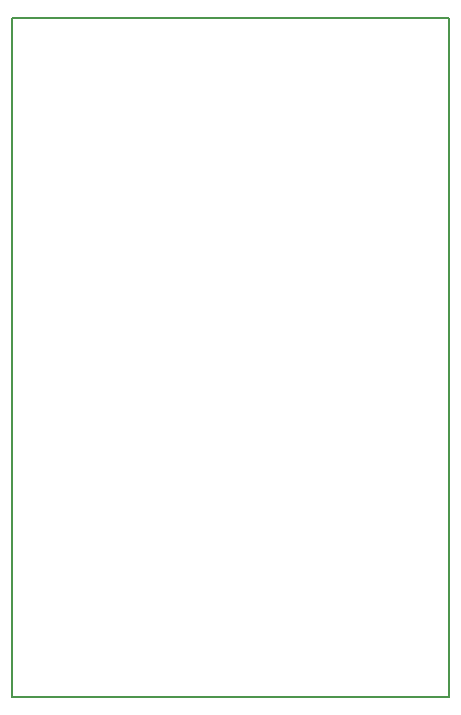
<source format=gbr>
G04 #@! TF.GenerationSoftware,KiCad,Pcbnew,(5.0.1-3-g963ef8bb5)*
G04 #@! TF.CreationDate,2018-11-12T17:33:24-05:00*
G04 #@! TF.ProjectId,Noise Source,4E6F69736520536F757263652E6B6963,rev?*
G04 #@! TF.SameCoordinates,Original*
G04 #@! TF.FileFunction,Profile,NP*
%FSLAX46Y46*%
G04 Gerber Fmt 4.6, Leading zero omitted, Abs format (unit mm)*
G04 Created by KiCad (PCBNEW (5.0.1-3-g963ef8bb5)) date Monday, November 12, 2018 at 05:33:24 PM*
%MOMM*%
%LPD*%
G01*
G04 APERTURE LIST*
%ADD10C,0.150000*%
G04 APERTURE END LIST*
D10*
X137000000Y-150500000D02*
X137000000Y-93000000D01*
X174000000Y-150500000D02*
X137000000Y-150500000D01*
X174000000Y-93000000D02*
X174000000Y-150500000D01*
X137000000Y-93000000D02*
X174000000Y-93000000D01*
M02*

</source>
